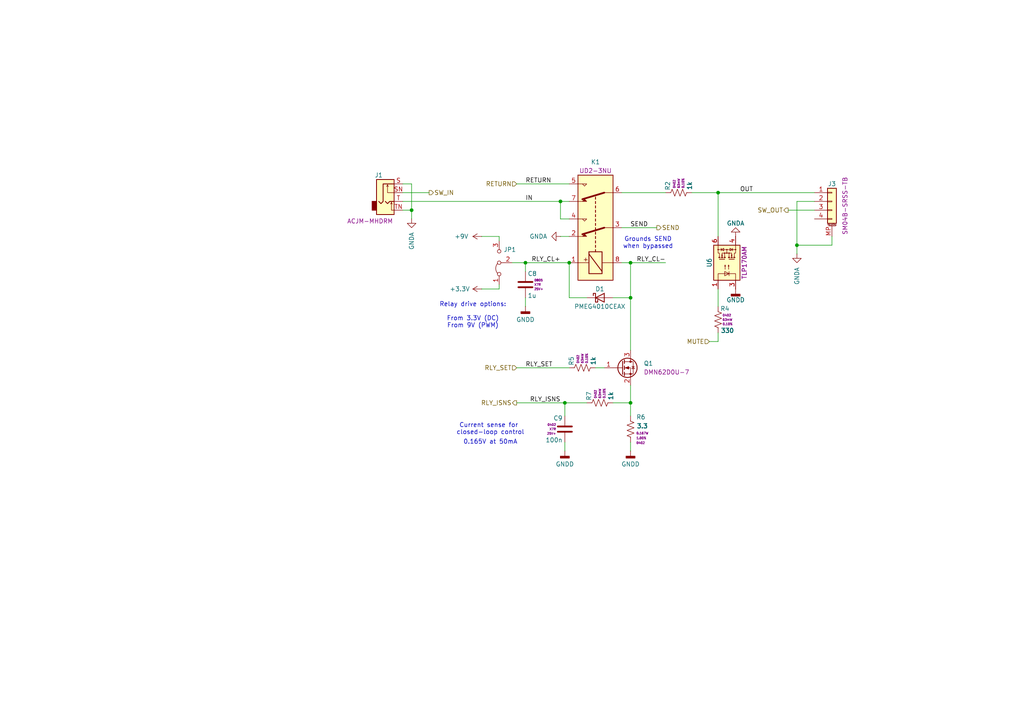
<source format=kicad_sch>
(kicad_sch (version 20250114) (generator "eeschema") (generator_version "9.0")
  (paper "A4")
  (lib_symbols
    (symbol "#gplm:art/ART-1000-3001" (pin_names (offset 0) (hide yes)) (exclude_from_sim yes) (in_bom no)
      (property "Reference" "JP" (at -2.54 -2.54 0))
      (property "Value" "Jumper_3_Bridged12" (at 0 2.794 0))
      (symbol "art/ART-1000-3001_0_0"
        (circle (center -3.302 0) (radius 0.508))
        (circle (center 0 0) (radius 0.508))
        (circle (center 3.302 0) (radius 0.508))
      )
      (symbol "art/ART-1000-3001_0_1"
        (arc (start -3.048 0.508) (mid -1.651 0.9912) (end -0.254 0.508))
        (polyline (pts (xy 0 -1.27) (xy 0 -0.508)))
      )
      (symbol "art/ART-1000-3001_1_1"
        (pin passive line (at -6.35 0 0) (length 2.54) (name "A") (number "1"))
        (pin passive line (at 0 -3.81 90) (length 2.54) (name "C") (number "2"))
        (pin passive line (at 6.35 0 180) (length 2.54) (name "B") (number "3"))
      )
    )
    (symbol "#gplm:cap/CAP-4103-100N" (pin_numbers (hide yes)) (pin_names (offset 0.254))
      (property "Reference" "C" (at 0.635 3.175 0))
      (property "Value" "100n" (at 0.635 -3.175 0))
      (property "Package/Case" "0402" (at 2.54 1.27 0))
      (property "Voltage" "25V+" (at 2.54 -1.27 0))
      (property "Material" "X7R" (at 2.54 0 0))
      (symbol "cap/CAP-4103-100N_0_1"
        (polyline (pts (xy -2.032 0.762) (xy 2.032 0.762)) (stroke (width 0.508)))
        (polyline (pts (xy -2.032 -0.762) (xy 2.032 -0.762)) (stroke (width 0.508)))
      )
      (symbol "cap/CAP-4103-100N_1_1"
        (pin passive line (at 0 3.81 270) (length 2.794) (name "~") (number "1"))
        (pin passive line (at 0 -3.81 90) (length 2.794) (name "~") (number "2"))
      )
    )
    (symbol "#gplm:cap/CAP-4105-001U" (pin_numbers (hide yes)) (pin_names (offset 0.254))
      (property "Reference" "C" (at 0.635 3.175 0))
      (property "Value" "1u" (at 0.635 -3.175 0))
      (property "Package/Case" "0805" (at 2.54 1.27 0))
      (property "Voltage" "25V+" (at 2.54 -1.27 0))
      (property "Material" "X7R" (at 2.54 0 0))
      (symbol "cap/CAP-4105-001U_0_1"
        (polyline (pts (xy -2.032 0.762) (xy 2.032 0.762)) (stroke (width 0.508)))
        (polyline (pts (xy -2.032 -0.762) (xy 2.032 -0.762)) (stroke (width 0.508)))
      )
      (symbol "cap/CAP-4105-001U_1_1"
        (pin passive line (at 0 3.81 270) (length 2.794) (name "~") (number "1"))
        (pin passive line (at 0 -3.81 90) (length 2.794) (name "~") (number "2"))
      )
    )
    (symbol "#gplm:con/CON-1003-M301"
      (property "Reference" "J" (at 0 11.43 0))
      (property "MPN" "ACJM-MHDRM" (at 0 0 0))
      (symbol "con/CON-1003-M301_0_1"
        (rectangle (start -2.54 0) (end -3.81 -2.54) (stroke (width 0.254)) (fill (type outline)))
        (rectangle (start 2.54 6.35) (end -2.54 -3.81) (stroke (width 0.254)) (fill (type background)))
      )
      (symbol "con/CON-1003-M301_1_1"
        (polyline (pts (xy 0 0) (xy 0.635 -0.635) (xy 1.27 0) (xy 2.54 0)) (stroke (width 0.254)))
        (polyline (pts (xy 0.635 4.826) (xy 0.889 4.318)))
        (polyline (pts (xy 1.778 -0.254) (xy 2.032 -0.762)))
        (polyline (pts (xy 2.54 5.08) (xy -0.635 5.08) (xy -0.635 0) (xy -1.27 -0.635) (xy -1.905 0)) (stroke (width 0.254)))
        (polyline (pts (xy 2.54 2.54) (xy 0.635 2.54) (xy 0.635 4.826) (xy 0.381 4.318)))
        (polyline (pts (xy 2.54 -2.54) (xy 1.778 -2.54) (xy 1.778 -0.254) (xy 1.524 -0.762)))
        (pin passive line (at 5.08 5.08 180) (length 2.54) (name "~") (number "S"))
        (pin passive line (at 5.08 2.54 180) (length 2.54) (name "~") (number "SN"))
        (pin passive line (at 5.08 0 180) (length 2.54) (name "~") (number "T"))
        (pin passive line (at 5.08 -2.54 180) (length 2.54) (name "~") (number "TN"))
      )
    )
    (symbol "#gplm:con/CON-5001-0004" (pin_names (offset 1.016) (hide yes))
      (property "Reference" "J" (at 0 5.08 0))
      (property "MPN" "SM04B-SRSS-TB" (at 0 0 0))
      (symbol "con/CON-5001-0004_1_1"
        (rectangle (start -1.27 3.81) (end 1.27 -6.35) (stroke (width 0.254)) (fill (type background)))
        (rectangle (start -1.27 2.667) (end 0 2.413) (stroke (width 0.1524)))
        (rectangle (start -1.27 0.127) (end 0 -0.127) (stroke (width 0.1524)))
        (rectangle (start -1.27 -2.413) (end 0 -2.667) (stroke (width 0.1524)))
        (rectangle (start -1.27 -4.953) (end 0 -5.207) (stroke (width 0.1524)))
        (polyline (pts (xy -1.016 -7.112) (xy 1.016 -7.112)) (stroke (width 0.1524)))
        (text "Mounting" (at 0 -6.731 0) (effects (font (size 0.381 0.381))))
        (pin passive line (at -5.08 2.54 0) (length 3.81) (name "Pin_1") (number "1"))
        (pin passive line (at -5.08 0 0) (length 3.81) (name "Pin_2") (number "2"))
        (pin passive line (at -5.08 -2.54 0) (length 3.81) (name "Pin_3") (number "3"))
        (pin passive line (at -5.08 -5.08 0) (length 3.81) (name "Pin_4") (number "4"))
        (pin passive line (at 0 -10.16 90) (length 3.048) (name "MountPin") (number "MP"))
      )
    )
    (symbol "#gplm:dio/DIO-2001-0001" (pin_numbers (hide yes)) (pin_names (offset 1.016) (hide yes))
      (property "Reference" "D" (at 0 2.54 0))
      (property "Value" "PMEG4010CEAX" (at 0 -2.54 0))
      (symbol "dio/DIO-2001-0001_0_1"
        (polyline (pts (xy -1.905 0.635) (xy -1.905 1.27) (xy -1.27 1.27) (xy -1.27 -1.27) (xy -0.635 -1.27) (xy -0.635 -0.635)) (stroke (width 0.254)))
        (polyline (pts (xy 1.27 1.27) (xy 1.27 -1.27) (xy -1.27 0) (xy 1.27 1.27)) (stroke (width 0.254)))
        (polyline (pts (xy 1.27 0) (xy -1.27 0)))
      )
      (symbol "dio/DIO-2001-0001_1_1"
        (pin passive line (at -3.81 0 0) (length 2.54) (name "K") (number "1"))
        (pin passive line (at 3.81 0 180) (length 2.54) (name "A") (number "2"))
      )
    )
    (symbol "#gplm:fet/XTR-1003-0001" (pin_names (offset 0) (hide yes))
      (property "Reference" "Q" (at 5.08 1.905 0))
      (property "MPN" "DMN62D0U-7" (at 0 0 0))
      (symbol "fet/XTR-1003-0001_0_1"
        (polyline (pts (xy 0.254 1.905) (xy 0.254 -1.905)) (stroke (width 0.254)))
        (polyline (pts (xy 0.254 0) (xy -2.54 0)))
        (polyline (pts (xy 0.762 2.286) (xy 0.762 1.27)) (stroke (width 0.254)))
        (polyline (pts (xy 0.762 0.508) (xy 0.762 -0.508)) (stroke (width 0.254)))
        (polyline (pts (xy 0.762 -1.27) (xy 0.762 -2.286)) (stroke (width 0.254)))
        (polyline (pts (xy 0.762 -1.778) (xy 3.302 -1.778) (xy 3.302 1.778) (xy 0.762 1.778)))
        (polyline (pts (xy 1.016 0) (xy 2.032 0.381) (xy 2.032 -0.381) (xy 1.016 0)) (fill (type outline)))
        (circle (center 1.651 0) (radius 2.794) (stroke (width 0.254)))
        (polyline (pts (xy 2.54 2.54) (xy 2.54 1.778)))
        (circle (center 2.54 1.778) (radius 0.254) (fill (type outline)))
        (circle (center 2.54 -1.778) (radius 0.254) (fill (type outline)))
        (polyline (pts (xy 2.54 -2.54) (xy 2.54 0) (xy 0.762 0)))
        (polyline (pts (xy 2.921 0.381) (xy 3.683 0.381)))
        (polyline (pts (xy 3.302 0.381) (xy 2.921 -0.254) (xy 3.683 -0.254) (xy 3.302 0.381)))
      )
      (symbol "fet/XTR-1003-0001_1_1"
        (pin input line (at -5.08 0 0) (length 2.54) (name "G") (number "1"))
        (pin passive line (at 2.54 5.08 270) (length 2.54) (name "D") (number "3"))
        (pin passive line (at 2.54 -5.08 90) (length 2.54) (name "S") (number "2"))
      )
    )
    (symbol "#gplm:opt/OPT-0004-0001"
      (property "Reference" "U" (at -5.08 4.953 0))
      (property "MPN" "TLP170AM" (at 0 0 0))
      (symbol "opt/OPT-0004-0001_0_1"
        (rectangle (start -5.08 3.81) (end 5.08 -3.81) (stroke (width 0.254)) (fill (type background)))
        (polyline (pts (xy -5.08 2.54) (xy -3.175 2.54) (xy -3.175 -2.54) (xy -5.08 -2.54)))
        (polyline (pts (xy -3.81 -0.635) (xy -2.54 -0.635)))
        (polyline (pts (xy -3.175 -0.635) (xy -3.81 0.635) (xy -2.54 0.635) (xy -3.175 -0.635)))
        (polyline (pts (xy -1.905 0.508) (xy -0.635 0.508) (xy -1.016 0.381) (xy -1.016 0.635) (xy -0.635 0.508)))
        (polyline (pts (xy -1.905 -0.508) (xy -0.635 -0.508) (xy -1.016 -0.635) (xy -1.016 -0.381) (xy -0.635 -0.508)))
        (polyline (pts (xy 1.016 2.159) (xy 1.016 0.635)) (stroke (width 0.2032)))
        (polyline (pts (xy 1.016 -0.635) (xy 1.016 -2.159)) (stroke (width 0.2032)))
        (polyline (pts (xy 1.524 2.286) (xy 1.524 2.032) (xy 1.524 2.032)) (stroke (width 0.3556)))
        (polyline (pts (xy 1.524 1.524) (xy 1.524 1.27) (xy 1.524 1.27)) (stroke (width 0.3556)))
        (polyline (pts (xy 1.524 0.762) (xy 1.524 0.508) (xy 1.524 0.508)) (stroke (width 0.3556)))
        (polyline (pts (xy 1.524 -0.508) (xy 1.524 -0.762)) (stroke (width 0.3556)))
        (polyline (pts (xy 1.524 -1.27) (xy 1.524 -1.524) (xy 1.524 -1.524)) (stroke (width 0.3556)))
        (polyline (pts (xy 1.524 -2.032) (xy 1.524 -2.286) (xy 1.524 -2.286)) (stroke (width 0.3556)))
        (polyline (pts (xy 1.651 2.159) (xy 2.794 2.159) (xy 2.794 2.54) (xy 5.08 2.54)))
        (polyline (pts (xy 1.651 1.397) (xy 2.794 1.397) (xy 2.794 0.635)))
        (polyline (pts (xy 1.651 -0.635) (xy 2.794 -0.635) (xy 2.794 0.635) (xy 1.651 0.635)))
        (polyline (pts (xy 1.651 -1.397) (xy 2.794 -1.397) (xy 2.794 -0.635)))
        (polyline (pts (xy 1.651 -2.159) (xy 2.794 -2.159) (xy 2.794 -2.54) (xy 5.08 -2.54)))
        (polyline (pts (xy 1.778 1.397) (xy 2.286 1.524) (xy 2.286 1.27) (xy 1.778 1.397)))
        (polyline (pts (xy 1.778 -1.397) (xy 2.286 -1.27) (xy 2.286 -1.524) (xy 1.778 -1.397)))
        (circle (center 2.794 0.635) (radius 0.127))
        (polyline (pts (xy 2.794 0) (xy 3.81 0)))
        (circle (center 2.794 0) (radius 0.127))
        (circle (center 2.794 -0.635) (radius 0.127))
        (polyline (pts (xy 3.429 1.651) (xy 4.191 1.651)))
        (polyline (pts (xy 3.429 -1.651) (xy 4.191 -1.651)))
        (circle (center 3.81 2.54) (radius 0.127))
        (polyline (pts (xy 3.81 1.651) (xy 3.429 0.889) (xy 4.191 0.889) (xy 3.81 1.651)))
        (circle (center 3.81 0) (radius 0.127))
        (polyline (pts (xy 3.81 -1.651) (xy 3.429 -0.889) (xy 4.191 -0.889) (xy 3.81 -1.651)))
        (polyline (pts (xy 3.81 -2.54) (xy 3.81 2.54)))
        (circle (center 3.81 -2.54) (radius 0.127))
      )
      (symbol "opt/OPT-0004-0001_1_1"
        (pin passive line (at -7.62 2.54 0) (length 2.54) (name "~") (number "1"))
        (pin passive line (at -7.62 -2.54 0) (length 2.54) (name "~") (number "3"))
        (pin passive line (at 7.62 2.54 180) (length 2.54) (name "~") (number "6"))
        (pin passive line (at 7.62 -2.54 180) (length 2.54) (name "~") (number "4"))
      )
    )
    (symbol "#gplm:res/RES-2002-001K" (pin_numbers (hide yes)) (pin_names (offset 0))
      (property "Reference" "R" (at 0.635 3.175 0))
      (property "Value" "1k" (at 0.635 -3.175 0))
      (property "Power" "63mW" (at 1.27 0 0))
      (property "Tolerance" "0.10%" (at 1.27 -1.27 0))
      (property "Package/Case" "0402" (at 1.27 1.27 0))
      (symbol "res/RES-2002-001K_0_1"
        (polyline (pts (xy 0 2.286) (xy 0 2.54)))
        (polyline (pts (xy 0 2.286) (xy 1.016 1.905) (xy 0 1.524) (xy -1.016 1.143) (xy 0 0.762)))
        (polyline (pts (xy 0 0.762) (xy 1.016 0.381) (xy 0 0) (xy -1.016 -0.381) (xy 0 -0.762)))
        (polyline (pts (xy 0 -0.762) (xy 1.016 -1.143) (xy 0 -1.524) (xy -1.016 -1.905) (xy 0 -2.286)))
        (polyline (pts (xy 0 -2.286) (xy 0 -2.54)))
      )
      (symbol "res/RES-2002-001K_1_1"
        (pin passive line (at 0 3.81 270) (length 1.27) (name "~") (number "1"))
        (pin passive line (at 0 -3.81 90) (length 1.27) (name "~") (number "2"))
      )
    )
    (symbol "#gplm:res/RES-2002-330R" (pin_numbers (hide yes)) (pin_names (offset 0))
      (property "Reference" "R" (at 0.635 3.175 0))
      (property "Value" "330" (at 0.635 -3.175 0))
      (property "Power" "63mW" (at 1.27 0 0))
      (property "Tolerance" "0.10%" (at 1.27 -1.27 0))
      (property "Package/Case" "0402" (at 1.27 1.27 0))
      (symbol "res/RES-2002-330R_0_1"
        (polyline (pts (xy 0 2.286) (xy 0 2.54)))
        (polyline (pts (xy 0 2.286) (xy 1.016 1.905) (xy 0 1.524) (xy -1.016 1.143) (xy 0 0.762)))
        (polyline (pts (xy 0 0.762) (xy 1.016 0.381) (xy 0 0) (xy -1.016 -0.381) (xy 0 -0.762)))
        (polyline (pts (xy 0 -0.762) (xy 1.016 -1.143) (xy 0 -1.524) (xy -1.016 -1.905) (xy 0 -2.286)))
        (polyline (pts (xy 0 -2.286) (xy 0 -2.54)))
      )
      (symbol "res/RES-2002-330R_1_1"
        (pin passive line (at 0 3.81 270) (length 1.27) (name "~") (number "1"))
        (pin passive line (at 0 -3.81 90) (length 1.27) (name "~") (number "2"))
      )
    )
    (symbol "#gplm:res/RES-2003-03R3" (pin_numbers (hide yes)) (pin_names (offset 0))
      (property "Reference" "R" (at 0.635 3.175 0))
      (property "Value" "3.3" (at 0.635 -3.175 0))
      (property "Power" "0.167W" (at 1.27 0 0))
      (property "Tolerance" "1.00%" (at 1.27 -1.27 0))
      (property "Package/Case" "0402" (at 1.27 1.27 0))
      (symbol "res/RES-2003-03R3_0_1"
        (polyline (pts (xy 0 2.286) (xy 0 2.54)))
        (polyline (pts (xy 0 2.286) (xy 1.016 1.905) (xy 0 1.524) (xy -1.016 1.143) (xy 0 0.762)))
        (polyline (pts (xy 0 0.762) (xy 1.016 0.381) (xy 0 0) (xy -1.016 -0.381) (xy 0 -0.762)))
        (polyline (pts (xy 0 -0.762) (xy 1.016 -1.143) (xy 0 -1.524) (xy -1.016 -1.905) (xy 0 -2.286)))
        (polyline (pts (xy 0 -2.286) (xy 0 -2.54)))
      )
      (symbol "res/RES-2003-03R3_1_1"
        (pin passive line (at 0 3.81 270) (length 1.27) (name "~") (number "1"))
        (pin passive line (at 0 -3.81 90) (length 1.27) (name "~") (number "2"))
      )
    )
    (symbol "#gplm:rly/RLY-0004-0103"
      (property "Reference" "K" (at 16.51 3.81 0))
      (property "MPN" "UD2-3NU" (at 0 0 0))
      (symbol "rly/RLY-0004-0103_0_0"
        (text "+" (at -9.271 2.921 0) (effects (font (size 1.27 1.27))))
      )
      (symbol "rly/RLY-0004-0103_0_1"
        (rectangle (start -15.24 5.08) (end 15.24 -5.08) (stroke (width 0.254)) (fill (type background)))
        (rectangle (start -13.335 1.905) (end -6.985 -1.905) (stroke (width 0.254)))
        (polyline (pts (xy -12.7 -1.905) (xy -7.62 1.905)) (stroke (width 0.254)))
        (polyline (pts (xy -10.16 5.08) (xy -10.16 1.905)))
        (polyline (pts (xy -10.16 -5.08) (xy -10.16 -1.905)))
        (polyline (pts (xy -6.985 0) (xy -6.35 0)) (stroke (width 0.254)))
        (polyline (pts (xy -5.715 0) (xy -5.08 0)) (stroke (width 0.254)))
        (polyline (pts (xy -4.445 0) (xy -3.81 0)) (stroke (width 0.254)))
        (polyline (pts (xy -3.175 0) (xy -2.54 0)) (stroke (width 0.254)))
        (polyline (pts (xy -2.54 5.08) (xy -2.54 2.54) (xy -1.905 3.175) (xy -2.54 3.81)) (fill (type outline)))
        (polyline (pts (xy -1.905 0) (xy -1.27 0)) (stroke (width 0.254)))
        (polyline (pts (xy -0.635 0) (xy 0 0)) (stroke (width 0.254)))
        (polyline (pts (xy 0 -2.54) (xy -1.905 3.81)) (stroke (width 0.508)))
        (polyline (pts (xy 0 -2.54) (xy 0 -5.08)))
        (polyline (pts (xy 0.635 0) (xy 1.27 0)) (stroke (width 0.254)))
        (polyline (pts (xy 1.905 0) (xy 2.54 0)) (stroke (width 0.254)))
        (polyline (pts (xy 2.54 5.08) (xy 2.54 2.54) (xy 1.905 3.175) (xy 2.54 3.81)))
        (polyline (pts (xy 3.175 0) (xy 3.81 0)) (stroke (width 0.254)))
        (polyline (pts (xy 4.445 0) (xy 5.08 0)) (stroke (width 0.254)))
        (polyline (pts (xy 5.715 0) (xy 6.35 0)) (stroke (width 0.254)))
        (polyline (pts (xy 6.985 0) (xy 7.62 0)) (stroke (width 0.254)))
        (polyline (pts (xy 7.62 5.08) (xy 7.62 2.54) (xy 8.255 3.175) (xy 7.62 3.81)) (fill (type outline)))
        (polyline (pts (xy 8.255 0) (xy 8.89 0)) (stroke (width 0.254)))
        (polyline (pts (xy 10.16 -2.54) (xy 8.255 3.81)) (stroke (width 0.508)))
        (polyline (pts (xy 10.16 -2.54) (xy 10.16 -5.08)))
        (polyline (pts (xy 12.7 5.08) (xy 12.7 2.54) (xy 12.065 3.175) (xy 12.7 3.81)))
      )
      (symbol "rly/RLY-0004-0103_1_1"
        (pin passive line (at -10.16 7.62 270) (length 2.54) (name "~") (number "1"))
        (pin passive line (at -10.16 -7.62 90) (length 2.54) (name "~") (number "8"))
        (pin passive line (at -2.54 7.62 270) (length 2.54) (name "~") (number "2"))
        (pin passive line (at 0 -7.62 90) (length 2.54) (name "~") (number "3"))
        (pin passive line (at 2.54 7.62 270) (length 2.54) (name "~") (number "4"))
        (pin passive line (at 7.62 7.62 270) (length 2.54) (name "~") (number "7"))
        (pin passive line (at 10.16 -7.62 90) (length 2.54) (name "~") (number "6"))
        (pin passive line (at 12.7 7.62 270) (length 2.54) (name "~") (number "5"))
      )
    )
    (symbol "power:+9V" (power) (pin_numbers (hide yes)) (pin_names (offset 0) (hide yes))
      (property "Value" "+9V" (at 0 3.556 0))
      (symbol "+9V_0_1"
        (polyline (pts (xy -0.762 1.27) (xy 0 2.54)))
        (polyline (pts (xy 0 2.54) (xy 0.762 1.27)))
        (polyline (pts (xy 0 0) (xy 0 2.54)))
      )
      (symbol "+9V_1_1"
        (pin power_in line (at 0 0 90) (length 0) (name "~") (number "1"))
      )
    )
    (symbol "power:GNDA" (power) (pin_numbers (hide yes)) (pin_names (offset 0) (hide yes))
      (property "Value" "GNDA" (at 0 -3.81 0))
      (symbol "GNDA_0_1"
        (polyline (pts (xy 0 0) (xy 0 -1.27) (xy 1.27 -1.27) (xy 0 -2.54) (xy -1.27 -1.27) (xy 0 -1.27)))
      )
      (symbol "GNDA_1_1"
        (pin power_in line (at 0 0 270) (length 0) (name "~") (number "1"))
      )
    )
    (symbol "power:GNDD" (power) (pin_numbers (hide yes)) (pin_names (offset 0) (hide yes))
      (property "Value" "GNDD" (at 0 -3.175 0))
      (symbol "GNDD_0_1"
        (rectangle (start -1.27 -1.524) (end 1.27 -2.032) (stroke (width 0.254)) (fill (type outline)))
        (polyline (pts (xy 0 0) (xy 0 -1.524)))
      )
      (symbol "GNDD_1_1"
        (pin power_in line (at 0 0 270) (length 0) (name "~") (number "1"))
      )
    )
  )
  (text "Current sense for \nclosed-loop control" (at 142.24 124.46 0) (effects (font (size 1.27 1.27))))
  (text "Grounds SEND\nwhen bypassed" (at 187.96 70.485 0) (effects (font (size 1.27 1.27))))
  (text "Relay drive options:\n\nFrom 3.3V (DC)\nFrom 9V (PWM)" (at 137.16 91.44 0) (effects (font (size 1.27 1.27))))
  (text "0.165V at 50mA" (at 142.24 128.27 0) (effects (font (size 1.27 1.27))))
  (junction (at 208.28 55.88))
  (junction (at 182.88 86.36))
  (junction (at 162.56 58.42))
  (junction (at 119.38 60.96))
  (junction (at 182.88 116.84))
  (junction (at 182.88 76.2))
  (junction (at 163.83 116.84))
  (junction (at 231.14 71.12))
  (junction (at 152.4 76.2))
  (junction (at 165.1 76.2))
  (wire (pts (xy 152.4 86.36) (xy 152.4 88.9)))
  (wire (pts (xy 116.84 55.88) (xy 124.46 55.88)))
  (wire (pts (xy 200.66 55.88) (xy 208.28 55.88)))
  (wire (pts (xy 165.1 86.36) (xy 165.1 76.2)))
  (wire (pts (xy 208.28 88.9) (xy 208.28 83.82)))
  (wire (pts (xy 139.7 83.82) (xy 144.78 83.82)))
  (wire (pts (xy 231.14 73.66) (xy 231.14 71.12)))
  (wire (pts (xy 119.38 63.5) (xy 119.38 60.96)))
  (wire (pts (xy 241.3 68.58) (xy 241.3 71.12)))
  (wire (pts (xy 144.78 83.82) (xy 144.78 82.55)))
  (wire (pts (xy 182.88 76.2) (xy 180.34 76.2)))
  (wire (pts (xy 144.78 68.58) (xy 144.78 69.85)))
  (wire (pts (xy 148.59 76.2) (xy 152.4 76.2)))
  (wire (pts (xy 231.14 71.12) (xy 231.14 58.42)))
  (wire (pts (xy 163.83 116.84) (xy 170.18 116.84)))
  (wire (pts (xy 182.88 86.36) (xy 182.88 101.6)))
  (wire (pts (xy 152.4 76.2) (xy 152.4 78.74)))
  (wire (pts (xy 119.38 53.34) (xy 119.38 60.96)))
  (wire (pts (xy 177.8 86.36) (xy 182.88 86.36)))
  (wire (pts (xy 172.72 106.68) (xy 175.26 106.68)))
  (wire (pts (xy 180.34 55.88) (xy 193.04 55.88)))
  (wire (pts (xy 236.22 60.96) (xy 228.6 60.96)))
  (wire (pts (xy 163.83 120.65) (xy 163.83 116.84)))
  (wire (pts (xy 208.28 55.88) (xy 208.28 68.58)))
  (wire (pts (xy 119.38 60.96) (xy 116.84 60.96)))
  (wire (pts (xy 208.28 99.06) (xy 208.28 96.52)))
  (wire (pts (xy 177.8 116.84) (xy 182.88 116.84)))
  (wire (pts (xy 182.88 116.84) (xy 182.88 120.65)))
  (wire (pts (xy 182.88 76.2) (xy 193.04 76.2)))
  (wire (pts (xy 165.1 68.58) (xy 162.56 68.58)))
  (wire (pts (xy 149.86 116.84) (xy 163.83 116.84)))
  (wire (pts (xy 182.88 128.27) (xy 182.88 130.81)))
  (wire (pts (xy 165.1 53.34) (xy 149.86 53.34)))
  (wire (pts (xy 182.88 86.36) (xy 182.88 76.2)))
  (wire (pts (xy 163.83 128.27) (xy 163.83 130.81)))
  (wire (pts (xy 165.1 58.42) (xy 162.56 58.42)))
  (wire (pts (xy 139.7 68.58) (xy 144.78 68.58)))
  (wire (pts (xy 190.5 66.04) (xy 180.34 66.04)))
  (wire (pts (xy 116.84 58.42) (xy 162.56 58.42)))
  (wire (pts (xy 231.14 58.42) (xy 236.22 58.42)))
  (wire (pts (xy 152.4 76.2) (xy 165.1 76.2)))
  (wire (pts (xy 170.18 86.36) (xy 165.1 86.36)))
  (wire (pts (xy 241.3 71.12) (xy 231.14 71.12)))
  (wire (pts (xy 182.88 111.76) (xy 182.88 116.84)))
  (wire (pts (xy 116.84 53.34) (xy 119.38 53.34)))
  (wire (pts (xy 165.1 63.5) (xy 162.56 63.5)))
  (wire (pts (xy 208.28 55.88) (xy 236.22 55.88)))
  (wire (pts (xy 162.56 58.42) (xy 162.56 63.5)))
  (wire (pts (xy 149.86 106.68) (xy 165.1 106.68)))
  (wire (pts (xy 205.74 99.06) (xy 208.28 99.06)))
  (label "RLY_CL+" (at 162.56 76.2 180))
  (label "RLY_CL-" (at 193.04 76.2 180))
  (label "RETURN" (at 152.4 53.34 0))
  (label "RLY_SET" (at 152.4 106.68 0))
  (label "OUT" (at 218.44 55.88 180))
  (label "IN" (at 152.4 58.42 0))
  (label "RLY_ISNS" (at 153.67 116.84 0))
  (label "SEND" (at 187.96 66.04 180))
  (hierarchical_label "RLY_ISNS" (shape output) (at 149.86 116.84 180))
  (hierarchical_label "SW_IN" (shape output) (at 124.46 55.88 0))
  (hierarchical_label "SEND" (shape output) (at 190.5 66.04 0))
  (hierarchical_label "RETURN" (shape input) (at 149.86 53.34 180))
  (hierarchical_label "RLY_SET" (shape input) (at 149.86 106.68 180))
  (hierarchical_label "MUTE" (shape input) (at 205.74 99.06 180))
  (hierarchical_label "SW_OUT" (shape output) (at 228.6 60.96 180))
  (symbol (lib_id "power:+9V") (at 139.7 68.58 90) (unit 1)
    (property "Reference" "#PWR018" (effects (hide yes)))
    (property "Value" "+9V" (at 135.89 68.5799 90) (effects (justify left)))
    (property "Description" "Power symbol creates a global label with name \"+9V\"" (effects (hide yes)))
  )
  (symbol (lib_id "#gplm:con/CON-5001-0004") (at 241.3 58.42 0) (unit 1)
    (property "Reference" "J3" (at 241.3 53.34 0))
    (property "Value" "4" (effects (hide yes)))
    (property "Footprint" "Connector_JST:JST_SH_BM04B-SRSS-TB_1x04-1MP_P1.00mm_Vertical" (effects (hide yes)))
    (property "Datasheet" "https://www.jst.com/wp-content/uploads/2021/01/eSH-new.pdf" (effects (hide yes)))
    (property "Description" "CONN WIRE TO BOARD SMD R/A 4POS 1MM" (effects (hide yes)))
    (property "IPN" "CON-5001-0004" (effects (hide yes)))
    (property "Manufacturer" "JST" (effects (hide yes)))
    (property "MPN" "SM04B-SRSS-TB" (at 245.11 59.69 90))
    (property "Pins" "4" (effects (hide yes)))
  )
  (symbol (lib_id "power:GNDD") (at 152.4 88.9 0) (unit 1)
    (property "Reference" "#PWR019" (effects (hide yes)))
    (property "Value" "GNDD" (at 152.4 92.71 0))
    (property "Description" "Power symbol creates a global label with name \"GNDD\" , digital ground" (effects (hide yes)))
  )
  (symbol (lib_id "#gplm:res/RES-2002-001K") (at 196.85 55.88 90) (unit 1)
    (property "Reference" "R2" (at 193.675 55.245 0) (effects (justify left)))
    (property "Value" "1k" (at 200.025 55.245 0) (effects (font (thickness 0.254) (bold yes)) (justify left)))
    (property "Footprint" "Resistor_SMD:R_0402_1005Metric" (effects (hide yes)))
    (property "Datasheet" "https://www.yageo.com/upload/media/product/app/datasheet/rchip/pyu-rt_1-to-0.01_rohs_l.pdf" (effects (hide yes)))
    (property "Description" "RES SMD 0402 1 KOHM 63mW Thin Film" (effects (hide yes)))
    (property "IPN" "RES-2002-001K" (effects (hide yes)))
    (property "Manufacturer" "Yageo" (effects (hide yes)))
    (property "MPN" "RT0402BRD071KL" (effects (hide yes)))
    (property "Resistance" "1k" (effects (hide yes)))
    (property "Power" "63mW" (at 196.85 54.61 0) (effects (font (size 0.635 0.635)) (justify left)))
    (property "Tolerance" "0.10%" (at 198.12 54.61 0) (effects (font (size 0.635 0.635)) (justify left)))
    (property "Package/Case" "0402" (at 195.58 54.61 0) (effects (font (size 0.635 0.635)) (justify left)))
    (property "Voltage" "50V" (effects (hide yes)))
    (property "Composition" "Thin Film" (effects (hide yes)))
    (property "Temp Coefficient" "25ppm" (effects (hide yes)))
    (property "Height" "0.35mm" (effects (hide yes)))
  )
  (symbol (lib_id "power:GNDD") (at 182.88 130.81 0) (unit 1)
    (property "Reference" "#PWR016" (effects (hide yes)))
    (property "Value" "GNDD" (at 182.88 134.62 0))
    (property "Description" "Power symbol creates a global label with name \"GNDD\" , digital ground" (effects (hide yes)))
  )
  (symbol (lib_id "power:GNDA") (at 213.36 68.58 0) (mirror x) (unit 1)
    (property "Reference" "#PWR036" (effects (hide yes)))
    (property "Value" "GNDA" (at 213.36 64.77 0))
    (property "Description" "Power symbol creates a global label with name \"GNDA\" , analog ground" (effects (hide yes)))
  )
  (symbol (lib_id "#gplm:fet/XTR-1003-0001") (at 180.34 106.68 0) (unit 1)
    (property "Reference" "Q1" (at 186.69 105.4099 0) (effects (justify left)))
    (property "Value" "DMN62D0U-7" (effects (hide yes)))
    (property "Footprint" "Package_TO_SOT_SMD:SOT-23" (effects (hide yes)))
    (property "Datasheet" "https://www.diodes.com/assets/Datasheets/DMN62D0U.pdf" (effects (hide yes)))
    (property "Description" "MOSFET N-CH 60V/±20V 0.38A 2Ω 1.0Vth 0.5nC 32pF SOT-23" (effects (hide yes)))
    (property "IPN" "XTR-1003-0001" (effects (hide yes)))
    (property "Manufacturer" "Diodes" (effects (hide yes)))
    (property "MPN" "DMN62D0U-7" (at 186.69 107.9499 0) (effects (justify left)))
  )
  (symbol (lib_id "#gplm:dio/DIO-2001-0001") (at 173.99 86.36 0) (unit 1)
    (property "Reference" "D1" (at 173.99 83.82 0))
    (property "Value" "PMEG4010CEAX" (at 173.99 88.9 0))
    (property "Footprint" "Diode_SMD:D_SOD-323" (effects (hide yes)))
    (property "Datasheet" "https://assets.nexperia.com/documents/data-sheet/PMEG4010CEA.pdf" (effects (hide yes)))
    (property "Description" "DIODE SCHOTTKY 40V 1A SOD323" (effects (hide yes)))
    (property "IPN" "DIO-2001-0001" (effects (hide yes)))
    (property "Manufacturer" "Nexperia" (effects (hide yes)))
    (property "MPN" "PMEG4010CEAX" (effects (hide yes)))
    (property "Current" "1A" (effects (hide yes)))
    (property "Voltage" "840 mV @ 1 A" (effects (hide yes)))
  )
  (symbol (lib_id "#gplm:opt/OPT-0004-0001") (at 210.82 76.2 90) (unit 1)
    (property "Reference" "U6" (at 205.74 76.2 0))
    (property "Value" "TLP170AM" (effects (hide yes)))
    (property "Footprint" "Package_SO:SO-4_4.4x3.9mm_P2.54mm" (effects (hide yes)))
    (property "Datasheet" "https://toshiba.semicon-storage.com/info/TLP170AM_datasheet_en_20210524.pdf?did=69016&prodName=TLP170AM" (effects (hide yes)))
    (property "Description" "MOSFET Photorelay 1-Form-A, Voff 60V, Ion 100mA, SOP6" (effects (hide yes)))
    (property "IPN" "OPT-0004-0001" (effects (hide yes)))
    (property "Manufacturer" "Toshiba" (effects (hide yes)))
    (property "MPN" "TLP170AM" (at 215.9 76.2 0))
    (property "I-forward-max" "30mA" (effects (hide yes)))
    (property "V-forward" "1.27V" (effects (hide yes)))
    (property "Output" "SSR" (effects (hide yes)))
  )
  (symbol (lib_id "#gplm:con/CON-1003-M301") (at 111.76 58.42 0) (unit 1)
    (property "Reference" "J1" (at 109.855 50.8 0))
    (property "Value" "4" (effects (hide yes)))
    (property "Footprint" "g-con:Amphenol_ACJM-MHDR(M)" (effects (hide yes)))
    (property "Description" "¼ in Audio Jack, TS, NC switch x2, Outtie, Low Profile, Metal shaft, metal  threads" (effects (hide yes)))
    (property "IPN" "CON-1003-M301" (effects (hide yes)))
    (property "Manufacturer" "Amphenol Audio" (effects (hide yes)))
    (property "MPN" "ACJM-MHDRM" (at 107.315 64.135 0))
    (property "Pins" "4" (effects (hide yes)))
  )
  (symbol (lib_id "#gplm:rly/RLY-0004-0103") (at 172.72 66.04 90) (unit 1)
    (property "Reference" "K1" (at 172.72 46.99 90))
    (property "Value" "IM05JR" (effects (hide yes)))
    (property "Footprint" "g-rly:UD23NU" (effects (hide yes)))
    (property "Description" "Relay DPDT 3.3V Non-Latch Gullwing" (effects (hide yes)))
    (property "IPN" "RLY-0004-0103" (effects (hide yes)))
    (property "Manufacturer" "Kemet" (effects (hide yes)))
    (property "MPN" "UD2-3NU" (at 172.72 49.53 90))
    (property "Max Height" "5.45mm" (effects (hide yes)))
    (property "Form" "2 Form C (DPDT)" (effects (hide yes)))
    (property "Coil Resistance" "64.3" (effects (hide yes)))
  )
  (symbol (lib_id "#gplm:res/RES-2002-330R") (at 208.28 92.71 0) (unit 1)
    (property "Reference" "R4" (at 208.915 89.535 0) (effects (justify left)))
    (property "Value" "330" (at 208.915 95.885 0) (effects (font (thickness 0.254) (bold yes)) (justify left)))
    (property "Footprint" "Resistor_SMD:R_0402_1005Metric" (effects (hide yes)))
    (property "Datasheet" "https://www.yageo.com/upload/media/product/app/datasheet/rchip/pyu-rt_1-to-0.01_rohs_l.pdf" (effects (hide yes)))
    (property "Description" "RES SMD 0402 330 OHM 63mW Thin Film" (effects (hide yes)))
    (property "Power" "63mW" (at 209.55 92.71 0) (effects (font (size 0.635 0.635)) (justify left)))
    (property "Tolerance" "0.10%" (at 209.55 93.98 0) (effects (font (size 0.635 0.635)) (justify left)))
    (property "Package/Case" "0402" (at 209.55 91.44 0) (effects (font (size 0.635 0.635)) (justify left)))
    (property "IPN" "RES-2002-330R" (effects (hide yes)))
    (property "Manufacturer" "Yageo" (effects (hide yes)))
    (property "MPN" "RT0402BRD07330RL" (effects (hide yes)))
    (property "Resistance" "330" (effects (hide yes)))
    (property "Voltage" "50V" (effects (hide yes)))
    (property "Composition" "Thin Film" (effects (hide yes)))
    (property "Temp Coefficient" "25ppm" (effects (hide yes)))
    (property "Height" "0.35mm" (effects (hide yes)))
  )
  (symbol (lib_id "#gplm:res/RES-2002-001K") (at 168.91 106.68 90) (unit 1)
    (property "Reference" "R5" (at 165.735 106.045 0) (effects (justify left)))
    (property "Value" "1k" (at 172.085 106.045 0) (effects (font (thickness 0.254) (bold yes)) (justify left)))
    (property "Footprint" "Resistor_SMD:R_0402_1005Metric" (effects (hide yes)))
    (property "Datasheet" "https://www.yageo.com/upload/media/product/app/datasheet/rchip/pyu-rt_1-to-0.01_rohs_l.pdf" (effects (hide yes)))
    (property "Description" "RES SMD 0402 1 KOHM 63mW Thin Film" (effects (hide yes)))
    (property "IPN" "RES-2002-001K" (effects (hide yes)))
    (property "Manufacturer" "Yageo" (effects (hide yes)))
    (property "MPN" "RT0402BRD071KL" (effects (hide yes)))
    (property "Resistance" "1k" (effects (hide yes)))
    (property "Power" "63mW" (at 168.91 105.41 0) (effects (font (size 0.635 0.635)) (justify left)))
    (property "Tolerance" "0.10%" (at 170.18 105.41 0) (effects (font (size 0.635 0.635)) (justify left)))
    (property "Package/Case" "0402" (at 167.64 105.41 0) (effects (font (size 0.635 0.635)) (justify left)))
    (property "Voltage" "50V" (effects (hide yes)))
    (property "Composition" "Thin Film" (effects (hide yes)))
    (property "Temp Coefficient" "25ppm" (effects (hide yes)))
    (property "Height" "0.35mm" (effects (hide yes)))
  )
  (symbol (lib_id "power:GNDD") (at 163.83 130.81 0) (unit 1)
    (property "Reference" "#PWR020" (effects (hide yes)))
    (property "Value" "GNDD" (at 163.83 134.62 0))
    (property "Description" "Power symbol creates a global label with name \"GNDD\" , digital ground" (effects (hide yes)))
  )
  (symbol (lib_id "#gplm:cap/CAP-4103-100N") (at 163.83 124.46 0) (mirror y) (unit 1)
    (property "Reference" "C9" (at 163.195 121.285 0) (effects (justify left)))
    (property "Value" "100n" (at 163.195 127.635 0) (effects (justify left)))
    (property "Footprint" "Capacitor_SMD:C_0402_1005Metric" (effects (hide yes)))
    (property "Datasheet" "https://content.kemet.com/datasheets/KEM_C1002_X7R_SMD.pdf" (effects (hide yes)))
    (property "Description" "CAP SMD 100nF 0402 25V+ X7R" (effects (hide yes)))
    (property "IPN" "CAP-4103-100N" (effects (hide yes)))
    (property "Manufacturer" "Kemet" (effects (hide yes)))
    (property "MPN" "C0402C104K3RACTU" (effects (hide yes)))
    (property "Capacitance" "100n" (effects (hide yes)))
    (property "Voltage" "25V+" (at 161.29 125.73 0) (effects (font (size 0.635 0.635)) (justify left)))
    (property "Material" "X7R" (at 161.29 124.46 0) (effects (font (size 0.635 0.635)) (justify left)))
    (property "Tolerance" "10%" (effects (hide yes)))
    (property "Package/Case" "0402" (at 161.29 123.19 0) (effects (font (size 0.635 0.635)) (justify left)))
  )
  (symbol (lib_id "#gplm:res/RES-2002-001K") (at 173.99 116.84 90) (unit 1)
    (property "Reference" "R7" (at 170.815 116.205 0) (effects (justify left)))
    (property "Value" "1k" (at 177.165 116.205 0) (effects (font (thickness 0.254) (bold yes)) (justify left)))
    (property "Footprint" "Resistor_SMD:R_0402_1005Metric" (effects (hide yes)))
    (property "Datasheet" "https://www.yageo.com/upload/media/product/app/datasheet/rchip/pyu-rt_1-to-0.01_rohs_l.pdf" (effects (hide yes)))
    (property "Description" "RES SMD 0402 1 KOHM 63mW Thin Film" (effects (hide yes)))
    (property "IPN" "RES-2002-001K" (effects (hide yes)))
    (property "Manufacturer" "Yageo" (effects (hide yes)))
    (property "MPN" "RT0402BRD071KL" (effects (hide yes)))
    (property "Resistance" "1k" (effects (hide yes)))
    (property "Power" "63mW" (at 173.99 115.57 0) (effects (font (size 0.635 0.635)) (justify left)))
    (property "Tolerance" "0.10%" (at 175.26 115.57 0) (effects (font (size 0.635 0.635)) (justify left)))
    (property "Package/Case" "0402" (at 172.72 115.57 0) (effects (font (size 0.635 0.635)) (justify left)))
    (property "Voltage" "50V" (effects (hide yes)))
    (property "Composition" "Thin Film" (effects (hide yes)))
    (property "Temp Coefficient" "25ppm" (effects (hide yes)))
    (property "Height" "0.35mm" (effects (hide yes)))
  )
  (symbol (lib_id "#gplm:cap/CAP-4105-001U") (at 152.4 82.55 0) (unit 1)
    (property "Reference" "C8" (at 153.035 79.375 0) (effects (justify left)))
    (property "Value" "1u" (at 153.035 85.725 0) (effects (justify left)))
    (property "Footprint" "Capacitor_SMD:C_0805_2012Metric" (effects (hide yes)))
    (property "Datasheet" "https://content.kemet.com/datasheets/KEM_C1002_X7R_SMD.pdf" (effects (hide yes)))
    (property "Description" "CAP SMD 1uF 0805 25V+ X7R" (effects (hide yes)))
    (property "Package/Case" "0805" (at 154.94 81.28 0) (effects (font (size 0.635 0.635)) (justify left)))
    (property "Voltage" "25V+" (at 154.94 83.82 0) (effects (font (size 0.635 0.635)) (justify left)))
    (property "Material" "X7R" (at 154.94 82.55 0) (effects (font (size 0.635 0.635)) (justify left)))
    (property "IPN" "CAP-4105-001U" (effects (hide yes)))
    (property "Manufacturer" "Kemet" (effects (hide yes)))
    (property "MPN" "C0805C105K3RACTU" (effects (hide yes)))
    (property "Capacitance" "1u" (effects (hide yes)))
    (property "Tolerance" "10%" (effects (hide yes)))
  )
  (symbol (lib_id "#gplm:res/RES-2003-03R3") (at 182.88 124.46 0) (unit 1)
    (property "Reference" "R6" (at 184.531 120.9769 0) (effects (justify left)))
    (property "Value" "3.3" (at 184.531 123.5683 0) (effects (font (thickness 0.254) (bold yes)) (justify left)))
    (property "Footprint" "Resistor_SMD:R_0402_1005Metric" (effects (hide yes)))
    (property "Datasheet" "https://www.susumu.co.jp/common/pdf/n_catalog_partition08_en.pdf" (effects (hide yes)))
    (property "Description" "RES SMD 3.3 OHM 1% 1/6W 0402" (effects (hide yes)))
    (property "IPN" "RES-2003-03R3" (effects (hide yes)))
    (property "Manufacturer" "Susumu" (effects (hide yes)))
    (property "MPN" "RL0510S-3R3-F" (effects (hide yes)))
    (property "Resistance" "3.3" (effects (hide yes)))
    (property "Power" "0.167W" (at 184.531 125.6488 0) (effects (font (size 0.635 0.635)) (justify left)))
    (property "Tolerance" "1.00%" (at 184.531 127.0514 0) (effects (font (size 0.635 0.635)) (justify left)))
    (property "Package/Case" "0402" (at 184.531 128.454 0) (effects (font (size 0.635 0.635)) (justify left)))
    (property "Voltage" "50V" (effects (hide yes)))
    (property "Composition" "Thick Film" (effects (hide yes)))
    (property "Temp Coefficient" "200ppm" (effects (hide yes)))
    (property "Height" "0.45mm" (effects (hide yes)))
  )
  (symbol (lib_id "power:GNDD") (at 213.36 83.82 0) (unit 1)
    (property "Reference" "#PWR035" (effects (hide yes)))
    (property "Value" "GNDD" (at 213.36 86.995 0))
    (property "Description" "Power symbol creates a global label with name \"GNDD\" , digital ground" (effects (hide yes)))
  )
  (symbol (lib_id "power:+9V") (at 139.7 83.82 90) (unit 1)
    (property "Reference" "#PWR017" (effects (hide yes)))
    (property "Value" "+3.3V" (at 133.35 83.82 90))
    (property "Description" "Power symbol creates a global label with name \"+9V\"" (effects (hide yes)))
  )
  (symbol (lib_id "power:GNDA") (at 162.56 68.58 270) (mirror x) (unit 1)
    (property "Reference" "#PWR04" (effects (hide yes)))
    (property "Value" "GNDA" (at 158.75 68.5799 90) (effects (justify right)))
    (property "Description" "Power symbol creates a global label with name \"GNDA\" , analog ground" (effects (hide yes)))
  )
  (symbol (lib_id "#gplm:art/ART-1000-3001") (at 144.78 76.2 90) (unit 1) (in_bom no)
    (property "Reference" "JP1" (at 146.05 72.39 90) (effects (justify right)))
    (property "Value" "Jumper_3_Bridged12" (effects (hide yes)))
    (property "Footprint" "Jumper:SolderJumper-3_P1.3mm_Bridged12_Pad1.0x1.5mm" (effects (hide yes)))
    (property "Description" "Jumper, Mini 1x1.5mm, 3 pin – Pins 1+3 bridged" (effects (hide yes)))
    (property "IPN" "ART-1000-3001" (effects (hide yes)))
  )
  (symbol (lib_id "power:GNDA") (at 119.38 63.5 0) (mirror y) (unit 1)
    (property "Reference" "#PWR01" (effects (hide yes)))
    (property "Value" "GNDA" (at 119.3799 67.31 90) (effects (justify right)))
    (property "Description" "Power symbol creates a global label with name \"GNDA\" , analog ground" (effects (hide yes)))
  )
  (symbol (lib_id "power:GNDA") (at 231.14 73.66 0) (unit 1)
    (property "Reference" "#PWR029" (effects (hide yes)))
    (property "Value" "GNDA" (at 231.1401 77.47 90) (effects (justify right)))
    (property "Description" "Power symbol creates a global label with name \"GNDA\" , analog ground" (effects (hide yes)))
  )
)
</source>
